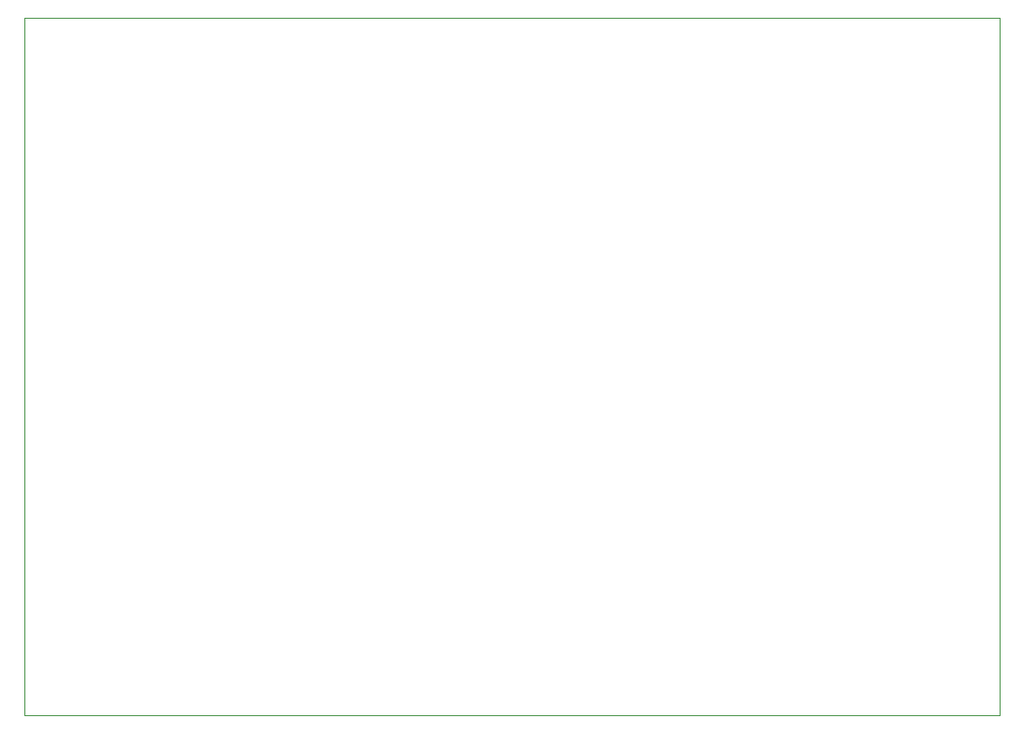
<source format=gbr>
%TF.GenerationSoftware,KiCad,Pcbnew,(5.1.9)-1*%
%TF.CreationDate,2021-01-05T14:12:52-05:00*%
%TF.ProjectId,Smart_Reciever_Max,536d6172-745f-4526-9563-69657665725f,v1*%
%TF.SameCoordinates,Original*%
%TF.FileFunction,Profile,NP*%
%FSLAX46Y46*%
G04 Gerber Fmt 4.6, Leading zero omitted, Abs format (unit mm)*
G04 Created by KiCad (PCBNEW (5.1.9)-1) date 2021-01-05 14:12:52*
%MOMM*%
%LPD*%
G01*
G04 APERTURE LIST*
%TA.AperFunction,Profile*%
%ADD10C,0.050000*%
%TD*%
G04 APERTURE END LIST*
D10*
X116000000Y-122000000D02*
X204000000Y-122000000D01*
X116000000Y-59000000D02*
X116000000Y-122000000D01*
X204000000Y-59000000D02*
X116000000Y-59000000D01*
X204000000Y-122000000D02*
X204000000Y-59000000D01*
M02*

</source>
